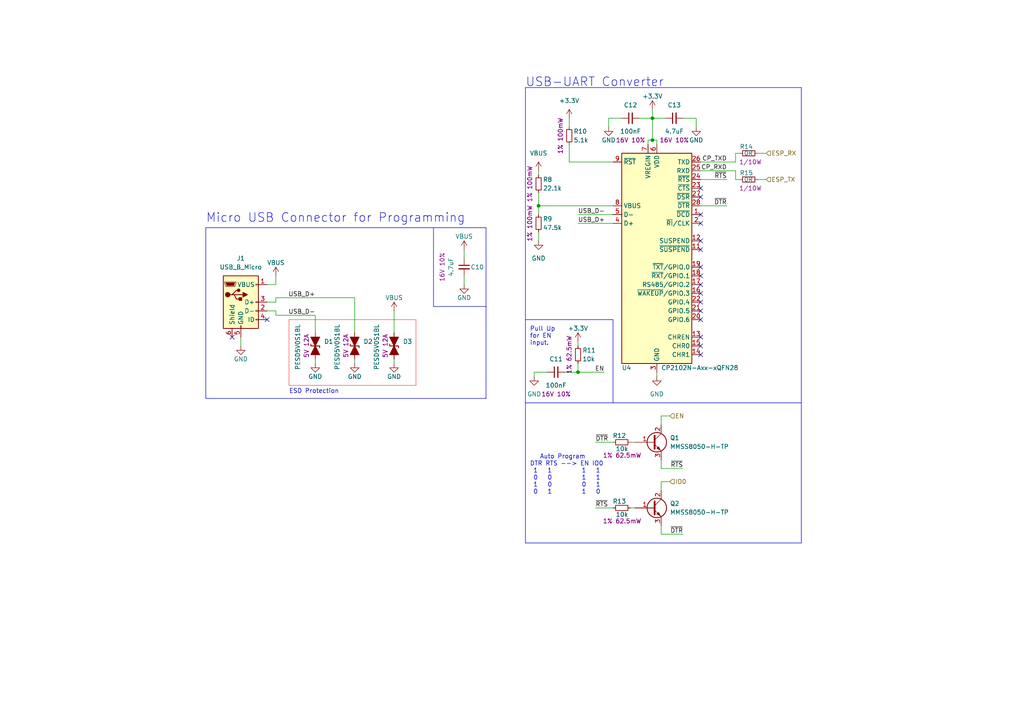
<source format=kicad_sch>
(kicad_sch (version 20230121) (generator eeschema)
  (paper "A4")
  (title_block (title "Smart Clock - USB to UART Converter") (date "2023-07-11") (rev "v0.1") (company "Trion Embedded") (comment 1 "Design by: Bahtiyar Bayram"))
  (lib_symbols
    (symbol "Connector:USB_B_Micro" (pin_names (offset 1.016))
      (property "Reference" "J" (at -5.08 11.43 0))
      (property "Value" "USB_B_Micro" (at -5.08 8.89 0))
      (symbol "USB_B_Micro_0_1"
        (rectangle (start -5.08 -7.62) (end 5.08 7.62) (stroke (width 0.254)) (fill (type background)))
        (circle (center -3.81 2.159) (radius 0.635) (stroke (width 0.254)) (fill (type outline)))
        (circle (center -0.635 3.429) (radius 0.381) (stroke (width 0.254)) (fill (type outline)))
        (rectangle (start -0.127 -7.62) (end 0.127 -6.858))
        (polyline (pts (xy -1.905 2.159) (xy 0.635 2.159)) (stroke (width 0.254)))
        (polyline (pts (xy -3.175 2.159) (xy -2.54 2.159) (xy -1.27 3.429) (xy -0.635 3.429)) (stroke (width 0.254)))
        (polyline (pts (xy -2.54 2.159) (xy -1.905 2.159) (xy -1.27 0.889) (xy 0 0.889)) (stroke (width 0.254)))
        (polyline (pts (xy 0.635 2.794) (xy 0.635 1.524) (xy 1.905 2.159) (xy 0.635 2.794)) (stroke (width 0.254)) (fill (type outline)))
        (polyline (pts (xy -4.318 5.588) (xy -1.778 5.588) (xy -2.032 4.826) (xy -4.064 4.826) (xy -4.318 5.588)) (fill (type outline)))
        (polyline (pts (xy -4.699 5.842) (xy -4.699 5.588) (xy -4.445 4.826) (xy -4.445 4.572) (xy -1.651 4.572) (xy -1.651 4.826) (xy -1.397 5.588) (xy -1.397 5.842) (xy -4.699 5.842)))
        (rectangle (start 0.254 1.27) (end -0.508 0.508) (stroke (width 0.254)) (fill (type outline)))
        (rectangle (start 5.08 -5.207) (end 4.318 -4.953))
        (rectangle (start 5.08 -2.667) (end 4.318 -2.413))
        (rectangle (start 5.08 -0.127) (end 4.318 0.127))
        (rectangle (start 5.08 4.953) (end 4.318 5.207))
      )
      (symbol "USB_B_Micro_1_1"
        (pin power_out line (at 7.62 5.08 180) (length 2.54) (name "VBUS") (number "1"))
        (pin bidirectional line (at 7.62 -2.54 180) (length 2.54) (name "D-") (number "2"))
        (pin bidirectional line (at 7.62 0 180) (length 2.54) (name "D+") (number "3"))
        (pin passive line (at 7.62 -5.08 180) (length 2.54) (name "ID") (number "4"))
        (pin power_out line (at 0 -10.16 90) (length 2.54) (name "GND") (number "5"))
        (pin passive line (at -2.54 -10.16 90) (length 2.54) (name "Shield") (number "6"))
      )
    )
    (symbol "Device:C_Small" (pin_numbers hide) (pin_names (offset 0.254) hide)
      (property "Reference" "C" (at 0.254 1.778 0))
      (property "Value" "C_Small" (at 0.254 -2.032 0))
      (symbol "C_Small_0_1"
        (polyline (pts (xy -1.524 -0.508) (xy 1.524 -0.508)) (stroke (width 0.3302)))
        (polyline (pts (xy -1.524 0.508) (xy 1.524 0.508)) (stroke (width 0.3048)))
      )
      (symbol "C_Small_1_1"
        (pin passive line (at 0 2.54 270) (length 2.032) (name "~") (number "1"))
        (pin passive line (at 0 -2.54 90) (length 2.032) (name "~") (number "2"))
      )
    )
    (symbol "Device:D_TVS_Filled" (pin_numbers hide) (pin_names (offset 1.016) hide)
      (property "Reference" "D" (at 0 2.54 0))
      (property "Value" "D_TVS_Filled" (at 0 -2.54 0))
      (symbol "D_TVS_Filled_0_1"
        (polyline (pts (xy 1.27 0) (xy -1.27 0)))
        (polyline (pts (xy -2.54 -1.27) (xy 0 0) (xy -2.54 1.27) (xy -2.54 -1.27)) (stroke (width 0.254)) (fill (type outline)))
        (polyline (pts (xy 0.508 1.27) (xy 0 1.27) (xy 0 -1.27) (xy -0.508 -1.27)) (stroke (width 0.254)))
        (polyline (pts (xy 2.54 1.27) (xy 2.54 -1.27) (xy 0 0) (xy 2.54 1.27)) (stroke (width 0.254)) (fill (type outline)))
      )
      (symbol "D_TVS_Filled_1_1"
        (pin passive line (at -3.81 0 0) (length 2.54) (name "A1") (number "1"))
        (pin passive line (at 3.81 0 180) (length 2.54) (name "A2") (number "2"))
      )
    )
    (symbol "Device:Q_NPN_BCE" (pin_names (offset 0) hide)
      (property "Reference" "Q" (at 5.08 1.27 0))
      (property "Value" "Q_NPN_BCE" (at 5.08 -1.27 0))
      (symbol "Q_NPN_BCE_0_1"
        (polyline (pts (xy 0.635 0.635) (xy 2.54 2.54)))
        (polyline (pts (xy 0.635 -0.635) (xy 2.54 -2.54) (xy 2.54 -2.54)))
        (polyline (pts (xy 0.635 1.905) (xy 0.635 -1.905) (xy 0.635 -1.905)) (stroke (width 0.508)))
        (polyline (pts (xy 1.27 -1.778) (xy 1.778 -1.27) (xy 2.286 -2.286) (xy 1.27 -1.778) (xy 1.27 -1.778)) (fill (type outline)))
        (circle (center 1.27 0) (radius 2.8194) (stroke (width 0.254)))
      )
      (symbol "Q_NPN_BCE_1_1"
        (pin input line (at -5.08 0 0) (length 5.715) (name "B") (number "1"))
        (pin passive line (at 2.54 5.08 270) (length 2.54) (name "C") (number "2"))
        (pin passive line (at 2.54 -5.08 90) (length 2.54) (name "E") (number "3"))
      )
    )
    (symbol "Device:R_Small" (pin_numbers hide) (pin_names (offset 0.254) hide)
      (property "Reference" "R" (at 0.762 0.508 0))
      (property "Value" "R_Small" (at 0.762 -1.016 0))
      (symbol "R_Small_0_1"
        (rectangle (start -0.762 1.778) (end 0.762 -1.778) (stroke (width 0.2032)))
      )
      (symbol "R_Small_1_1"
        (pin passive line (at 0 2.54 270) (length 0.762) (name "~") (number "1"))
        (pin passive line (at 0 -2.54 90) (length 0.762) (name "~") (number "2"))
      )
    )
    (symbol "Interface_USB:CP2102N-Axx-xQFN28"
      (property "Reference" "U" (at -8.89 31.75 0))
      (property "Value" "CP2102N-Axx-xQFN28" (at 12.7 31.75 0))
      (symbol "CP2102N-Axx-xQFN28_0_1"
        (rectangle (start -10.16 30.48) (end 10.16 -30.48) (stroke (width 0.254)) (fill (type background)))
      )
      (symbol "CP2102N-Axx-xQFN28_1_1"
        (pin input line (at 12.7 12.7 180) (length 2.54) (name "~{DCD}") (number "1"))
        (pin no_connect line (at -10.16 -27.94 0) (length 2.54) hide (name "NC") (number "10"))
        (pin output line (at 12.7 2.54 180) (length 2.54) (name "~{SUSPEND}") (number "11"))
        (pin output line (at 12.7 5.08 180) (length 2.54) (name "SUSPEND") (number "12"))
        (pin output line (at 12.7 -22.86 180) (length 2.54) (name "CHREN") (number "13"))
        (pin output line (at 12.7 -27.94 180) (length 2.54) (name "CHR1") (number "14"))
        (pin output line (at 12.7 -25.4 180) (length 2.54) (name "CHR0") (number "15"))
        (pin bidirectional line (at 12.7 -10.16 180) (length 2.54) (name "~{WAKEUP}/GPIO.3") (number "16"))
        (pin bidirectional line (at 12.7 -7.62 180) (length 2.54) (name "RS485/GPIO.2") (number "17"))
        (pin bidirectional line (at 12.7 -5.08 180) (length 2.54) (name "~{RXT}/GPIO.1") (number "18"))
        (pin bidirectional line (at 12.7 -2.54 180) (length 2.54) (name "~{TXT}/GPIO.0") (number "19"))
        (pin bidirectional line (at 12.7 10.16 180) (length 2.54) (name "~{RI}/CLK") (number "2"))
        (pin bidirectional line (at 12.7 -17.78 180) (length 2.54) (name "GPIO.6") (number "20"))
        (pin bidirectional line (at 12.7 -15.24 180) (length 2.54) (name "GPIO.5") (number "21"))
        (pin bidirectional line (at 12.7 -12.7 180) (length 2.54) (name "GPIO.4") (number "22"))
        (pin input line (at 12.7 20.32 180) (length 2.54) (name "~{CTS}") (number "23"))
        (pin output line (at 12.7 22.86 180) (length 2.54) (name "~{RTS}") (number "24"))
        (pin input line (at 12.7 25.4 180) (length 2.54) (name "RXD") (number "25"))
        (pin output line (at 12.7 27.94 180) (length 2.54) (name "TXD") (number "26"))
        (pin input line (at 12.7 17.78 180) (length 2.54) (name "~{DSR}") (number "27"))
        (pin output line (at 12.7 15.24 180) (length 2.54) (name "~{DTR}") (number "28"))
        (pin passive line (at 0 -33.02 90) (length 2.54) hide (name "GND") (number "29"))
        (pin power_in line (at 0 -33.02 90) (length 2.54) (name "GND") (number "3"))
        (pin bidirectional line (at -12.7 10.16 0) (length 2.54) (name "D+") (number "4"))
        (pin bidirectional line (at -12.7 12.7 0) (length 2.54) (name "D-") (number "5"))
        (pin power_in line (at 0 33.02 270) (length 2.54) (name "VDD") (number "6"))
        (pin power_in line (at -2.54 33.02 270) (length 2.54) (name "VREGIN") (number "7"))
        (pin input line (at -12.7 15.24 0) (length 2.54) (name "VBUS") (number "8"))
        (pin input line (at -12.7 27.94 0) (length 2.54) (name "~{RST}") (number "9"))
      )
    )
    (symbol "power:+3.3V" (power) (pin_names (offset 0))
      (property "Value" "+3.3V" (at 0 3.556 0))
      (symbol "+3.3V_0_1"
        (polyline (pts (xy -0.762 1.27) (xy 0 2.54)))
        (polyline (pts (xy 0 0) (xy 0 2.54)))
        (polyline (pts (xy 0 2.54) (xy 0.762 1.27)))
      )
      (symbol "+3.3V_1_1"
        (pin power_in line (at 0 0 90) (length 0) hide (name "+3.3V") (number "1"))
      )
    )
    (symbol "power:GND" (power) (pin_names (offset 0))
      (property "Value" "GND" (at 0 -3.81 0))
      (symbol "GND_0_1"
        (polyline (pts (xy 0 0) (xy 0 -1.27) (xy 1.27 -1.27) (xy 0 -2.54) (xy -1.27 -1.27) (xy 0 -1.27)))
      )
      (symbol "GND_1_1"
        (pin power_in line (at 0 0 270) (length 0) hide (name "GND") (number "1"))
      )
    )
    (symbol "power:VBUS" (power) (pin_names (offset 0))
      (property "Value" "VBUS" (at 0 3.81 0))
      (symbol "VBUS_0_1"
        (polyline (pts (xy -0.762 1.27) (xy 0 2.54)))
        (polyline (pts (xy 0 0) (xy 0 2.54)))
        (polyline (pts (xy 0 2.54) (xy 0.762 1.27)))
      )
      (symbol "VBUS_1_1"
        (pin power_in line (at 0 0 90) (length 0) hide (name "VBUS") (number "1"))
      )
    )
  )
  (junction (at 189.23 40.64))
  (junction (at 167.64 107.95))
  (junction (at 189.23 34.29))
  (junction (at 156.21 59.69))
  (no_connect (at 77.47 92.71))
  (no_connect (at 203.2 54.61))
  (no_connect (at 203.2 77.47))
  (no_connect (at 203.2 57.15))
  (no_connect (at 203.2 102.87))
  (no_connect (at 203.2 69.85))
  (no_connect (at 203.2 97.79))
  (no_connect (at 203.2 82.55))
  (no_connect (at 203.2 85.09))
  (no_connect (at 203.2 62.23))
  (no_connect (at 67.31 97.79))
  (no_connect (at 203.2 100.33))
  (no_connect (at 203.2 80.01))
  (no_connect (at 203.2 87.63))
  (no_connect (at 203.2 64.77))
  (no_connect (at 203.2 92.71))
  (no_connect (at 203.2 90.17))
  (no_connect (at 203.2 72.39))
  (wire (pts (xy 114.3 104.14) (xy 114.3 105.41)))
  (wire (pts (xy 203.2 46.99) (xy 213.36 46.99)))
  (wire (pts (xy 134.62 72.39) (xy 134.62 74.93)))
  (wire (pts (xy 165.1 36.83) (xy 165.1 34.29)))
  (wire (pts (xy 167.64 64.77) (xy 177.8 64.77)))
  (wire (pts (xy 80.01 91.44) (xy 80.01 90.17)))
  (wire (pts (xy 190.5 41.91) (xy 190.5 40.64)))
  (wire (pts (xy 156.21 62.23) (xy 156.21 59.69)))
  (wire (pts (xy 167.64 107.95) (xy 167.64 105.41)))
  (wire (pts (xy 114.3 90.17) (xy 114.3 96.52)))
  (polyline (pts (xy 140.97 66.04) (xy 140.97 115.57)))
  (wire (pts (xy 213.36 46.99) (xy 213.36 44.45)))
  (wire (pts (xy 203.2 52.07) (xy 210.82 52.07)))
  (polyline (pts (xy 152.4 25.4) (xy 152.4 116.84)))
  (wire (pts (xy 203.2 49.53) (xy 213.36 49.53)))
  (polyline (pts (xy 125.73 88.9) (xy 140.97 88.9)))
  (wire (pts (xy 191.77 139.7) (xy 194.31 139.7)))
  (wire (pts (xy 156.21 67.31) (xy 156.21 69.85)))
  (wire (pts (xy 154.94 107.95) (xy 158.75 107.95)))
  (wire (pts (xy 163.83 107.95) (xy 167.64 107.95)))
  (wire (pts (xy 80.01 86.36) (xy 80.01 87.63)))
  (wire (pts (xy 176.53 36.83) (xy 176.53 34.29)))
  (wire (pts (xy 134.62 80.01) (xy 134.62 82.55)))
  (wire (pts (xy 203.2 59.69) (xy 210.82 59.69)))
  (wire (pts (xy 193.04 34.29) (xy 189.23 34.29)))
  (wire (pts (xy 189.23 34.29) (xy 189.23 31.75)))
  (polyline (pts (xy 232.41 25.4) (xy 152.4 25.4)))
  (polyline (pts (xy 59.69 66.04) (xy 140.97 66.04)))
  (wire (pts (xy 213.36 49.53) (xy 213.36 52.07)))
  (wire (pts (xy 91.44 104.14) (xy 91.44 105.41)))
  (wire (pts (xy 219.71 44.45) (xy 222.25 44.45)))
  (wire (pts (xy 191.77 152.4) (xy 191.77 154.94)))
  (wire (pts (xy 176.53 34.29) (xy 180.34 34.29)))
  (wire (pts (xy 185.42 34.29) (xy 189.23 34.29)))
  (wire (pts (xy 102.87 96.52) (xy 102.87 86.36)))
  (wire (pts (xy 191.77 142.24) (xy 191.77 139.7)))
  (wire (pts (xy 80.01 86.36) (xy 102.87 86.36)))
  (wire (pts (xy 219.71 52.07) (xy 222.25 52.07)))
  (wire (pts (xy 182.88 128.27) (xy 184.15 128.27)))
  (polyline (pts (xy 232.41 157.48) (xy 232.41 116.84)))
  (wire (pts (xy 80.01 87.63) (xy 77.47 87.63)))
  (wire (pts (xy 213.36 52.07) (xy 214.63 52.07)))
  (wire (pts (xy 154.94 109.22) (xy 154.94 107.95)))
  (wire (pts (xy 80.01 91.44) (xy 91.44 91.44)))
  (wire (pts (xy 91.44 96.52) (xy 91.44 91.44)))
  (wire (pts (xy 165.1 41.91) (xy 165.1 46.99)))
  (wire (pts (xy 187.96 40.64) (xy 187.96 41.91)))
  (polyline (pts (xy 59.69 66.04) (xy 59.69 115.57)))
  (wire (pts (xy 102.87 104.14) (xy 102.87 105.41)))
  (wire (pts (xy 191.77 154.94) (xy 198.12 154.94)))
  (wire (pts (xy 189.23 40.64) (xy 187.96 40.64)))
  (wire (pts (xy 189.23 34.29) (xy 189.23 40.64)))
  (wire (pts (xy 167.64 107.95) (xy 175.26 107.95)))
  (wire (pts (xy 182.88 147.32) (xy 184.15 147.32)))
  (wire (pts (xy 172.72 128.27) (xy 177.8 128.27)))
  (polyline (pts (xy 152.4 157.48) (xy 232.41 157.48)))
  (polyline (pts (xy 152.4 116.84) (xy 152.4 157.48)))
  (wire (pts (xy 201.93 36.83) (xy 201.93 34.29)))
  (wire (pts (xy 156.21 59.69) (xy 177.8 59.69)))
  (wire (pts (xy 167.64 62.23) (xy 177.8 62.23)))
  (wire (pts (xy 190.5 107.95) (xy 190.5 109.22)))
  (polyline (pts (xy 120.65 111.76) (xy 120.65 92.71)) (stroke (width 0) (color 255 73 70 1)))
  (polyline (pts (xy 152.4 92.71) (xy 177.8 92.71)))
  (polyline (pts (xy 125.73 66.04) (xy 125.73 88.9)))
  (wire (pts (xy 191.77 123.19) (xy 191.77 120.65)))
  (wire (pts (xy 165.1 46.99) (xy 177.8 46.99)))
  (wire (pts (xy 80.01 80.01) (xy 80.01 82.55)))
  (polyline (pts (xy 232.41 25.4) (xy 232.41 116.84)))
  (wire (pts (xy 190.5 40.64) (xy 189.23 40.64)))
  (wire (pts (xy 213.36 44.45) (xy 214.63 44.45)))
  (polyline (pts (xy 152.4 116.84) (xy 232.41 116.84)))
  (wire (pts (xy 191.77 133.35) (xy 191.77 135.89)))
  (polyline (pts (xy 177.8 92.71) (xy 177.8 116.84)))
  (wire (pts (xy 156.21 49.53) (xy 156.21 50.8)))
  (wire (pts (xy 156.21 55.88) (xy 156.21 59.69)))
  (polyline (pts (xy 83.82 111.76) (xy 120.65 111.76)) (stroke (width 0) (color 255 73 70 1)))
  (wire (pts (xy 80.01 90.17) (xy 77.47 90.17)))
  (wire (pts (xy 69.85 97.79) (xy 69.85 100.33)))
  (wire (pts (xy 191.77 120.65) (xy 194.31 120.65)))
  (polyline (pts (xy 83.82 92.71) (xy 120.65 92.71)) (stroke (width 0) (color 255 73 70 1)))
  (polyline (pts (xy 140.97 115.57) (xy 59.69 115.57)))
  (polyline (pts (xy 83.82 111.76) (xy 83.82 92.71)) (stroke (width 0) (color 255 73 70 1)))
  (wire (pts (xy 172.72 147.32) (xy 177.8 147.32)))
  (wire (pts (xy 167.64 99.06) (xy 167.64 100.33)))
  (wire (pts (xy 201.93 34.29) (xy 198.12 34.29)))
  (wire (pts (xy 80.01 82.55) (xy 77.47 82.55)))
  (wire (pts (xy 191.77 135.89) (xy 198.12 135.89)))
  (text "ESD Protection" (at 83.82 114.3 0) (effects (font (size 1.27 1.27)) (justify left bottom)))
  (text "   Auto Program\nDTR RTS --> EN IO0\n 1   1         1   1\n 0   0         1   1\n 1   0         0   1\n 0   1         1   0" (at 153.67 143.51 0) (effects (font (size 1.27 1.27)) (justify left bottom)))
  (text "Pull Up\nfor EN\ninput." (at 153.67 100.33 0) (effects (font (size 1.27 1.27)) (justify left bottom)))
  (text "Micro USB Connector for Programming" (at 59.69 64.77 0) (effects (font (size 2.54 2.54)) (justify left bottom)))
  (text "USB-UART Converter" (at 152.4 25.4 0) (effects (font (size 2.54 2.54)) (justify left bottom)))
  (label "USB_D-" (at 91.44 91.44 180))
  (label "USB_D+" (at 91.44 86.36 180))
  (label "~{RTS}" (at 198.12 135.89 180))
  (label "~{DTR}" (at 198.12 154.94 180))
  (label "~{DTR}" (at 172.72 128.27 0))
  (label "~{RTS}" (at 210.82 52.07 180))
  (label "~{DTR}" (at 210.82 59.69 180))
  (label "~{RTS}" (at 172.72 147.32 0))
  (label "CP_RXD" (at 210.82 49.53 180))
  (label "EN" (at 175.26 107.95 180))
  (label "USB_D+" (at 167.64 64.77 0))
  (label "USB_D-" (at 167.64 62.23 0))
  (label "CP_TXD" (at 210.82 46.99 180))
  (hierarchical_label "ESP_TX" (shape input) (at 222.25 52.07 0))
  (hierarchical_label "ESP_RX" (shape input) (at 222.25 44.45 0))
  (hierarchical_label "EN" (shape input) (at 194.31 120.65 0))
  (hierarchical_label "IO0" (shape input) (at 194.31 139.7 0))
  (symbol (lib_id "power:GND") (at 69.85 100.33 0) (unit 1)
    (property "Reference" "#PWR024" (effects hide))
    (property "Value" "GND" (at 69.85 104.14 0))
    (instances (project "Smart-Clock" (path "" (reference "#PWR024") (unit 1))) (project "DT-ROM-Base" (path "" (reference "#PWR088") (unit 1))))
  )
  (symbol (lib_id "Device:R_Small") (at 217.17 44.45 90) (unit 1)
    (property "Reference" "R14" (at 218.44 42.545 90) (effects (justify left)))
    (property "Value" "0R" (at 218.44 44.45 90) (effects (justify left)))
    (property "Footprint" "Resistor_SMD:R_0603_1608Metric" (effects hide))
    (property "Datasheet" "https://www.yageo.com/upload/media/product/productsearch/datasheet/rchip/PYu-RC_Group_51_RoHS_L_12.pdf" (effects hide))
    (property "Tolerance" "1/10W" (at 220.98 46.99 90) (effects (justify left)))
    (property "Checked" "+" (effects hide))
    (property "Part Number" "RC0603FR-070RL" (effects hide))
    (instances (project "Smart-Clock" (path "" (reference "R14") (unit 1))) (project "DT-ROM-Base" (path "" (reference "R12") (unit 1))))
  )
  (symbol (lib_id "Device:R_Small") (at 156.21 64.77 0) (unit 1)
    (property "Reference" "R9" (at 157.48 63.5 0) (effects (justify left)))
    (property "Value" "47.5k" (at 157.48 66.04 0) (effects (justify left)))
    (property "Footprint" "Resistor_SMD:R_0603_1608Metric" (effects hide))
    (property "Datasheet" "https://datasheet.lcsc.com/lcsc/1811081323_RALEC-RTT054752FTP_C104355.pdf" (effects hide))
    (property "Tolerance" "1% 100mW" (at 153.67 64.77 90))
    (property "Checked" "+" (effects hide))
    (property "Part Number" "RC0603FR-0747K5L" (effects hide))
    (instances (project "Smart-Clock" (path "" (reference "R9") (unit 1))) (project "DT-ROM-Base" (path "" (reference "R26") (unit 1))))
  )
  (symbol (lib_id "power:GND") (at 91.44 105.41 0) (unit 1)
    (property "Reference" "#PWR026" (effects hide))
    (property "Value" "GND" (at 91.44 109.22 0))
    (instances (project "Smart-Clock" (path "" (reference "#PWR026") (unit 1))) (project "DT-ROM-Base" (path "" (reference "#PWR082") (unit 1))))
  )
  (symbol (lib_id "Device:R_Small") (at 217.17 52.07 90) (unit 1)
    (property "Reference" "R15" (at 218.44 50.165 90) (effects (justify left)))
    (property "Value" "0R" (at 218.44 52.07 90) (effects (justify left)))
    (property "Footprint" "Resistor_SMD:R_0603_1608Metric" (effects hide))
    (property "Datasheet" "https://www.yageo.com/upload/media/product/productsearch/datasheet/rchip/PYu-RC_Group_51_RoHS_L_12.pdf" (effects hide))
    (property "Tolerance" "1/10W" (at 220.98 54.61 90) (effects (justify left)))
    (property "Checked" "+" (effects hide))
    (property "Part Number" "RC0603FR-070RL" (effects hide))
    (instances (project "Smart-Clock" (path "" (reference "R15") (unit 1))) (project "DT-ROM-Base" (path "" (reference "R21") (unit 1))))
  )
  (symbol (lib_id "power:GND") (at 154.94 109.22 0) (unit 1)
    (property "Reference" "#PWR032" (effects hide))
    (property "Value" "GND" (at 154.94 114.3 0))
    (instances (project "Smart-Clock" (path "" (reference "#PWR032") (unit 1))) (project "DT-ROM-Base" (path "" (reference "#PWR085") (unit 1))))
  )
  (symbol (lib_id "power:+3.3V") (at 167.64 99.06 0) (unit 1)
    (property "Reference" "#PWR036" (effects hide))
    (property "Value" "+3.3V" (at 167.64 95.25 0))
    (instances (project "Smart-Clock" (path "" (reference "#PWR036") (unit 1))) (project "DT-ROM-Base" (path "" (reference "#PWR080") (unit 1))))
  )
  (symbol (lib_id "Interface_USB:CP2102N-Axx-xQFN28") (at 190.5 74.93 0) (unit 1)
    (property "Reference" "U4" (at 180.34 106.68 0) (effects (justify left)))
    (property "Value" "CP2102N-Axx-xQFN28" (at 191.77 106.68 0) (effects (justify left)))
    (property "Footprint" "Package_DFN_QFN:QFN-28-1EP_5x5mm_P0.5mm_EP3.35x3.35mm" (effects hide))
    (property "Datasheet" "https://www.silabs.com/documents/public/data-sheets/cp2102n-datasheet.pdf" (effects hide))
    (property "Checked" "+" (effects hide))
    (property "Part Number" "CP2102-GMR" (effects hide))
    (instances (project "Smart-Clock" (path "" (reference "U4") (unit 1))) (project "DT-ROM-Base" (path "" (reference "U8") (unit 1))))
  )
  (symbol (lib_id "Connector:USB_B_Micro") (at 69.85 87.63 0) (unit 1)
    (property "Reference" "J1" (at 69.85 74.93 0))
    (property "Value" "USB_B_Micro" (at 69.85 77.47 0))
  )
  (symbol (lib_id "Device:Q_NPN_BCE") (at 189.23 128.27 0) (unit 1)
    (property "Reference" "Q1" (at 194.31 126.9999 0) (effects (justify left)))
    (property "Value" "MMSS8050-H-TP" (at 194.31 129.5399 0) (effects (justify left)))
    (property "Footprint" "Package_TO_SOT_SMD:SOT-23" (effects hide))
    (property "Datasheet" "https://datasheet.lcsc.com/lcsc/1811142009_MCC-Micro-Commercial-Components-MMSS8050-H-TP_C90158.pdf" (effects hide))
    (property "Checked" "+" (effects hide))
    (property "Part Number" "MMSS8050-H-TP" (effects hide))
    (property "Tolerance" "25V 1.5A" (effects hide))
    (instances (project "Smart-Clock" (path "" (reference "Q1") (unit 1))) (project "DT-ROM-Base" (path "" (reference "Q4") (unit 1))))
  )
  (symbol (lib_id "power:VBUS") (at 80.01 80.01 0) (unit 1)
    (property "Reference" "#PWR025" (effects hide))
    (property "Value" "VBUS" (at 80.01 76.2 0))
    (instances (project "Smart-Clock" (path "" (reference "#PWR025") (unit 1))) (project "DT-ROM-Base" (path "" (reference "#PWR067") (unit 1))))
  )
  (symbol (lib_id "Device:R_Small") (at 180.34 128.27 90) (unit 1)
    (property "Reference" "R12" (at 181.61 126.365 90) (effects (justify left)))
    (property "Value" "10k" (at 182.245 130.175 90) (effects (justify left)))
    (property "Footprint" "Resistor_SMD:R_0402_1005Metric" (effects hide))
    (property "Datasheet" "https://datasheet.lcsc.com/lcsc/1810201611_YAGEO-RC0805FR-0710KL_C84376.pdf" (effects hide))
    (property "Tolerance" "1% 62.5mW" (at 186.055 132.08 90) (effects (justify left)))
    (property "Checked" "+" (effects hide))
    (property "Part Number" "AC0402FR-0710KL" (effects hide))
    (instances (project "Smart-Clock" (path "" (reference "R12") (unit 1))) (project "DT-ROM-Base" (path "" (reference "R33") (unit 1))))
  )
  (symbol (lib_id "Device:Q_NPN_BCE") (at 189.23 147.32 0) (unit 1)
    (property "Reference" "Q2" (at 194.31 146.0499 0) (effects (justify left)))
    (property "Value" "MMSS8050-H-TP" (at 194.31 148.5899 0) (effects (justify left)))
    (property "Footprint" "Package_TO_SOT_SMD:SOT-23" (effects hide))
    (property "Datasheet" "https://datasheet.lcsc.com/lcsc/1811142009_MCC-Micro-Commercial-Components-MMSS8050-H-TP_C90158.pdf" (effects hide))
    (property "Checked" "+" (effects hide))
    (property "Part Number" "MMSS8050-H-TP" (effects hide))
    (property "Tolerance" "25V 1.5A" (effects hide))
    (instances (project "Smart-Clock" (path "" (reference "Q2") (unit 1))) (project "DT-ROM-Base" (path "" (reference "Q5") (unit 1))))
  )
  (symbol (lib_id "Device:R_Small") (at 165.1 39.37 0) (unit 1)
    (property "Reference" "R10" (at 166.37 38.1 0) (effects (justify left)))
    (property "Value" "5.1k" (at 166.37 40.64 0) (effects (justify left)))
    (property "Footprint" "Resistor_SMD:R_0603_1608Metric" (effects hide))
    (property "Datasheet" "https://datasheet.lcsc.com/lcsc/2110260130_UNI-ROYAL-Uniroyal-Elec-0805W8F5101T5E_C27834.pdf" (effects hide))
    (property "Tolerance" "1% 100mW" (at 162.56 39.37 90))
    (property "Part Number" "RC0603FR-075K1L" (effects hide))
    (property "Checked" "+" (effects hide))
    (instances (project "Smart-Clock" (path "" (reference "R10") (unit 1))) (project "DT-ROM-Base" (path "" (reference "R23") (unit 1))))
  )
  (symbol (lib_id "Device:R_Small") (at 156.21 53.34 0) (unit 1)
    (property "Reference" "R8" (at 157.48 52.07 0) (effects (justify left)))
    (property "Value" "22.1k" (at 157.48 54.61 0) (effects (justify left)))
    (property "Footprint" "Resistor_SMD:R_0603_1608Metric" (effects hide))
    (property "Datasheet" "https://datasheet.lcsc.com/lcsc/1912111437_BOURNS-CR0805-FX-2212ELF_C204311.pdf" (effects hide))
    (property "Tolerance" "1% 100mW" (at 153.67 53.34 90))
    (property "Checked" "+" (effects hide))
    (property "Part Number" "RC0603FR-0722K1L" (effects hide))
    (instances (project "Smart-Clock" (path "" (reference "R8") (unit 1))) (project "DT-ROM-Base" (path "" (reference "R25") (unit 1))))
  )
  (symbol (lib_id "Device:C_Small") (at 134.62 77.47 0) (unit 1)
    (property "Reference" "C10" (at 138.43 77.47 0))
    (property "Value" "4.7uF" (at 130.81 77.47 90))
    (property "Footprint" "Capacitor_SMD:C_0603_1608Metric" (effects hide))
    (property "Datasheet" "https://datasheet.lcsc.com/lcsc/1810261514_Samsung-Electro-Mechanics-CL10A475KO8NNNC_C19666.pdf" (effects hide))
    (property "Tolerance" "16V 10%" (at 128.27 77.47 90))
    (property "Checked" "+" (effects hide))
    (property "Part Number" "CL10A475KO8NNNC" (effects hide))
    (instances (project "Smart-Clock" (path "" (reference "C10") (unit 1))) (project "DT-ROM-Base" (path "" (reference "C15") (unit 1))))
  )
  (symbol (lib_id "power:GND") (at 134.62 82.55 0) (unit 1)
    (property "Reference" "#PWR031" (effects hide))
    (property "Value" "GND" (at 134.62 86.36 0))
    (instances (project "Smart-Clock" (path "" (reference "#PWR031") (unit 1))) (project "DT-ROM-Base" (path "" (reference "#PWR072") (unit 1))))
  )
  (symbol (lib_id "power:GND") (at 190.5 109.22 0) (unit 1)
    (property "Reference" "#PWR039" (effects hide))
    (property "Value" "GND" (at 190.5 114.3 0))
    (instances (project "Smart-Clock" (path "" (reference "#PWR039") (unit 1))) (project "DT-ROM-Base" (path "" (reference "#PWR086") (unit 1))))
  )
  (symbol (lib_id "Device:C_Small") (at 182.88 34.29 90) (unit 1)
    (property "Reference" "C12" (at 182.88 30.48 90))
    (property "Value" "100nF" (at 182.88 38.1 90))
    (property "Footprint" "Capacitor_SMD:C_0402_1005Metric" (effects hide))
    (property "Datasheet" "https://datasheet.lcsc.com/lcsc/2203221430_YAGEO-CC0402KRX7R7BB104_C60474.pdf" (effects hide))
    (property "Tolerance" "16V 10%" (at 182.88 40.64 90))
    (property "Checked" "+" (effects hide))
    (property "Part Number" "CC0402KRX7R7BB104" (effects hide))
    (instances (project "Smart-Clock" (path "" (reference "C12") (unit 1))) (project "DT-ROM-Base" (path "" (reference "C11") (unit 1))))
  )
  (symbol (lib_id "power:GND") (at 114.3 105.41 0) (unit 1)
    (property "Reference" "#PWR029" (effects hide))
    (property "Value" "GND" (at 114.3 109.22 0))
    (instances (project "Smart-Clock" (path "" (reference "#PWR029") (unit 1))) (project "DT-ROM-Base" (path "" (reference "#PWR084") (unit 1))))
  )
  (symbol (lib_id "Device:R_Small") (at 180.34 147.32 90) (unit 1)
    (property "Reference" "R13" (at 181.61 145.415 90) (effects (justify left)))
    (property "Value" "10k" (at 182.245 149.225 90) (effects (justify left)))
    (property "Footprint" "Resistor_SMD:R_0402_1005Metric" (effects hide))
    (property "Datasheet" "https://datasheet.lcsc.com/lcsc/1810201611_YAGEO-RC0805FR-0710KL_C84376.pdf" (effects hide))
    (property "Tolerance" "1% 62.5mW" (at 186.055 151.13 90) (effects (justify left)))
    (property "Checked" "+" (effects hide))
    (property "Part Number" "AC0402FR-0710KL" (effects hide))
    (instances (project "Smart-Clock" (path "" (reference "R13") (unit 1))) (project "DT-ROM-Base" (path "" (reference "R34") (unit 1))))
  )
  (symbol (lib_id "power:VBUS") (at 134.62 72.39 0) (unit 1)
    (property "Reference" "#PWR030" (effects hide))
    (property "Value" "VBUS" (at 134.62 68.58 0))
    (instances (project "Smart-Clock" (path "" (reference "#PWR030") (unit 1))) (project "DT-ROM-Base" (path "" (reference "#PWR068") (unit 1))))
  )
  (symbol (lib_id "power:VBUS") (at 114.3 90.17 0) (unit 1)
    (property "Reference" "#PWR028" (effects hide))
    (property "Value" "VBUS" (at 114.3 86.36 0))
    (instances (project "Smart-Clock" (path "" (reference "#PWR028") (unit 1))) (project "DT-ROM-Base" (path "" (reference "#PWR077") (unit 1))))
  )
  (symbol (lib_id "power:+3.3V") (at 189.23 31.75 0) (unit 1)
    (property "Reference" "#PWR038" (effects hide))
    (property "Value" "+3.3V" (at 189.23 27.94 0))
    (instances (project "Smart-Clock" (path "" (reference "#PWR038") (unit 1))) (project "DT-ROM-Base" (path "" (reference "#PWR060") (unit 1))))
  )
  (symbol (lib_id "Device:C_Small") (at 195.58 34.29 90) (unit 1)
    (property "Reference" "C13" (at 195.58 30.48 90))
    (property "Value" "4.7uF" (at 195.58 38.1 90))
    (property "Footprint" "Capacitor_SMD:C_0603_1608Metric" (effects hide))
    (property "Datasheet" "https://datasheet.lcsc.com/lcsc/1810261514_Samsung-Electro-Mechanics-CL10A475KO8NNNC_C19666.pdf" (effects hide))
    (property "Tolerance" "16V 10%" (at 195.58 40.64 90))
    (property "Checked" "+" (effects hide))
    (property "Part Number" "CL10A475KO8NNNC" (effects hide))
    (instances (project "Smart-Clock" (path "" (reference "C13") (unit 1))) (project "DT-ROM-Base" (path "" (reference "C12") (unit 1))))
  )
  (symbol (lib_id "Device:C_Small") (at 161.29 107.95 90) (unit 1)
    (property "Reference" "C11" (at 161.29 104.14 90))
    (property "Value" "100nF" (at 161.29 111.76 90))
    (property "Footprint" "Capacitor_SMD:C_0402_1005Metric" (effects hide))
    (property "Datasheet" "https://datasheet.lcsc.com/lcsc/2203221430_YAGEO-CC0402KRX7R7BB104_C60474.pdf" (effects hide))
    (property "Tolerance" "16V 10%" (at 161.29 114.3 90))
    (property "Checked" "+" (effects hide))
    (property "Part Number" "CC0402KRX7R7BB104" (effects hide))
    (instances (project "Smart-Clock" (path "" (reference "C11") (unit 1))) (project "DT-ROM-Base" (path "" (reference "C16") (unit 1))))
  )
  (symbol (lib_id "power:GND") (at 201.93 36.83 0) (unit 1)
    (property "Reference" "#PWR040" (effects hide))
    (property "Value" "GND" (at 201.93 40.64 0))
    (instances (project "Smart-Clock" (path "" (reference "#PWR040") (unit 1))) (project "DT-ROM-Base" (path "" (reference "#PWR063") (unit 1))))
  )
  (symbol (lib_id "Device:R_Small") (at 167.64 102.87 0) (unit 1)
    (property "Reference" "R11" (at 168.91 101.6 0) (effects (justify left)))
    (property "Value" "10k" (at 168.91 104.14 0) (effects (justify left)))
    (property "Footprint" "Resistor_SMD:R_0402_1005Metric" (effects hide))
    (property "Datasheet" "https://datasheet.lcsc.com/lcsc/1810201611_YAGEO-RC0805FR-0710KL_C84376.pdf" (effects hide))
    (property "Tolerance" "1% 62.5mW" (at 165.1 102.87 90))
    (property "Checked" "+" (effects hide))
    (property "Part Number" "AC0402FR-0710KL" (effects hide))
    (instances (project "Smart-Clock" (path "" (reference "R11") (unit 1))) (project "DT-ROM-Base" (path "" (reference "R31") (unit 1))))
  )
  (symbol (lib_id "power:GND") (at 102.87 105.41 0) (unit 1)
    (property "Reference" "#PWR027" (effects hide))
    (property "Value" "GND" (at 102.87 109.22 0))
    (instances (project "Smart-Clock" (path "" (reference "#PWR027") (unit 1))) (project "DT-ROM-Base" (path "" (reference "#PWR083") (unit 1))))
  )
  (symbol (lib_id "power:+3.3V") (at 165.1 34.29 0) (unit 1)
    (property "Reference" "#PWR035" (effects hide))
    (property "Value" "+3.3V" (at 165.1 29.21 0))
    (instances (project "Smart-Clock" (path "" (reference "#PWR035") (unit 1))) (project "DT-ROM-Base" (path "" (reference "#PWR061") (unit 1))))
  )
  (symbol (lib_id "power:GND") (at 176.53 36.83 0) (unit 1)
    (property "Reference" "#PWR037" (effects hide))
    (property "Value" "GND" (at 176.53 40.64 0))
    (instances (project "Smart-Clock" (path "" (reference "#PWR037") (unit 1))) (project "DT-ROM-Base" (path "" (reference "#PWR062") (unit 1))))
  )
  (symbol (lib_id "Device:D_TVS_Filled") (at 102.87 100.33 90) (unit 1)
    (property "Reference" "D2" (at 105.41 99.0599 90) (effects (justify right)))
    (property "Value" "PESD5V0S1BL" (at 97.79 93.98 0) (effects (justify right)))
    (property "Footprint" "Diode_SMD:D_SOD-523" (effects hide))
    (property "Datasheet" "https://datasheet.lcsc.com/lcsc/1809192028_Nexperia-PESD5V0S1BB-115_C97640.pdf" (effects hide))
    (property "Tolerance" "5V 12A" (at 100.33 100.33 0))
    (property "Checked" "+" (effects hide))
    (property "Part Number" "PESD5V0S1BB,115" (effects hide))
    (instances (project "Smart-Clock" (path "" (reference "D2") (unit 1))) (project "DT-ROM-Base" (path "" (reference "D5") (unit 1))))
  )
  (symbol (lib_id "power:GND") (at 156.21 69.85 0) (unit 1)
    (property "Reference" "#PWR034" (effects hide))
    (property "Value" "GND" (at 156.21 74.93 0))
    (instances (project "Smart-Clock" (path "" (reference "#PWR034") (unit 1))) (project "DT-ROM-Base" (path "" (reference "#PWR071") (unit 1))))
  )
  (symbol (lib_id "Device:D_TVS_Filled") (at 114.3 100.33 90) (unit 1)
    (property "Reference" "D3" (at 116.84 99.0599 90) (effects (justify right)))
    (property "Value" "PESD5V0S1BL" (at 109.22 93.98 0) (effects (justify right)))
    (property "Footprint" "Diode_SMD:D_SOD-523" (effects hide))
    (property "Datasheet" "https://datasheet.lcsc.com/lcsc/1809192028_Nexperia-PESD5V0S1BB-115_C97640.pdf" (effects hide))
    (property "Tolerance" "5V 12A" (at 111.76 100.33 0))
    (property "Checked" "+" (effects hide))
    (property "Part Number" "PESD5V0S1BB,115" (effects hide))
    (instances (project "Smart-Clock" (path "" (reference "D3") (unit 1))) (project "DT-ROM-Base" (path "" (reference "D6") (unit 1))))
  )
  (symbol (lib_id "Device:D_TVS_Filled") (at 91.44 100.33 90) (unit 1)
    (property "Reference" "D1" (at 93.98 99.0599 90) (effects (justify right)))
    (property "Value" "PESD5V0S1BL" (at 86.36 93.98 0) (effects (justify right)))
    (property "Footprint" "Diode_SMD:D_SOD-523" (effects hide))
    (property "Datasheet" "https://datasheet.lcsc.com/lcsc/1809192028_Nexperia-PESD5V0S1BB-115_C97640.pdf" (effects hide))
    (property "Tolerance" "5V 12A" (at 88.9 100.33 0))
    (property "Checked" "+" (effects hide))
    (property "Part Number" "PESD5V0S1BB,115" (effects hide))
    (instances (project "Smart-Clock" (path "" (reference "D1") (unit 1))) (project "DT-ROM-Base" (path "" (reference "D4") (unit 1))))
  )
  (symbol (lib_id "power:VBUS") (at 156.21 49.53 0) (unit 1)
    (property "Reference" "#PWR033" (effects hide))
    (property "Value" "VBUS" (at 156.21 44.45 0))
    (instances (project "Smart-Clock" (path "" (reference "#PWR033") (unit 1))) (project "DT-ROM-Base" (path "" (reference "#PWR064") (unit 1))))
  )
)
</source>
